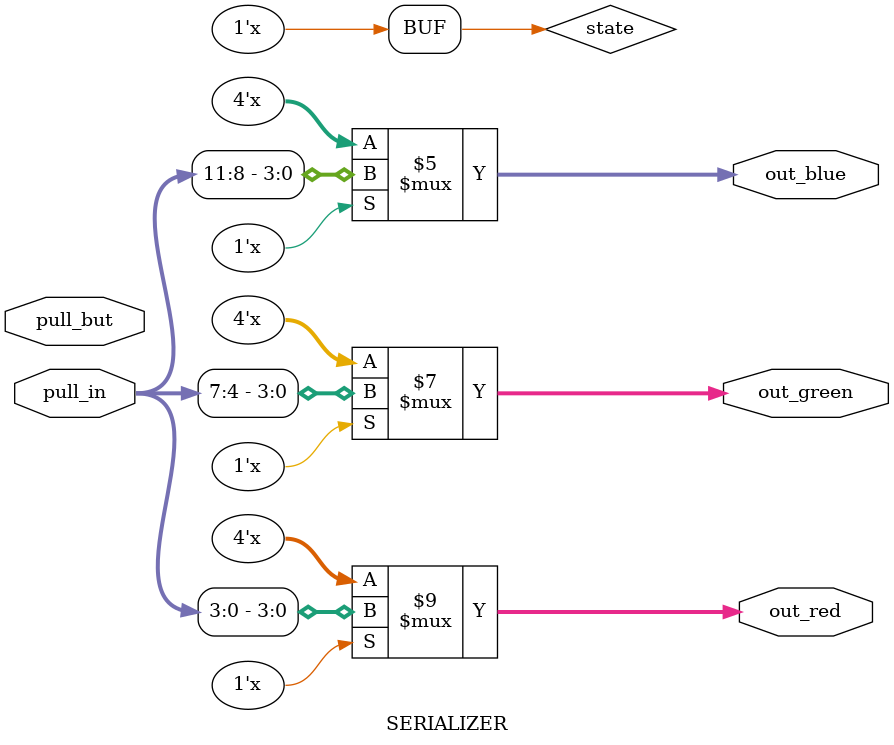
<source format=v>
`timescale 1ns / 1ps


module SERIALIZER(
    input [11:0] pull_in,
    input pull_but,
    output reg [3:0] out_red,
    output reg [3:0] out_green,
    output reg [3:0] out_blue
    );
   reg state=0;
   
 always@(pull_but or pull_in)
     begin
        if (pull_but) 
        state = ~state;
        else 
        state = state;
     end 
     
 always@(pull_but or state)
     begin
     case(state)
     1'b0:
     begin end
     1'b1:
     begin
        out_red = pull_in[3:0];
        out_green = pull_in[7:4];
        out_blue = pull_in[11:8];
     end
        endcase 
     end   
        
endmodule

</source>
